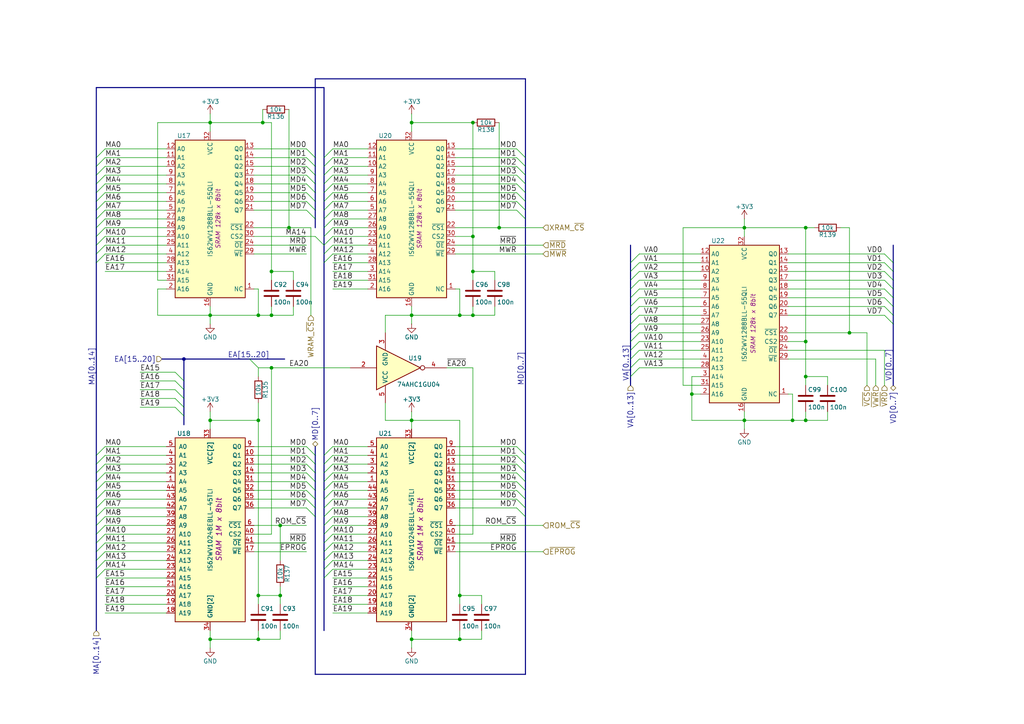
<source format=kicad_sch>
(kicad_sch (version 20231120) (generator "eeschema") (generator_version "8.0")
  (paper "A4")
  (title_block (title "Game Boy reverse eng. FPGA board") (date "2024-12-09") (rev "1") (company "CC-BY-SA-4.0 Michael Singer") (comment 1 "https://github.com/msinger/gbreveng/") (comment 2 "http://iceboy.a-singer.de/"))
  (junction (at 81.28 152.4))
  (junction (at 119.38 91.44))
  (junction (at 119.38 121.92))
  (junction (at 119.38 35.56))
  (junction (at 215.9 66.04))
  (junction (at 60.96 35.56))
  (junction (at 233.68 109.22))
  (junction (at 78.74 91.44))
  (junction (at 78.74 78.74))
  (junction (at 233.68 99.06))
  (junction (at 137.16 78.74))
  (junction (at 133.35 91.44))
  (junction (at 229.87 121.92))
  (junction (at 76.2 35.56))
  (junction (at 144.78 66.04))
  (junction (at 137.16 68.58))
  (junction (at 74.93 91.44))
  (junction (at 74.93 172.72))
  (junction (at 53.34 104.14))
  (junction (at 200.66 114.3))
  (junction (at 133.35 172.72))
  (junction (at 119.38 185.42))
  (junction (at 83.82 66.04))
  (junction (at 233.68 66.04))
  (junction (at 78.74 106.68))
  (junction (at 137.16 91.44))
  (junction (at 133.35 185.42))
  (junction (at 81.28 172.72))
  (junction (at 60.96 91.44))
  (junction (at 60.96 185.42))
  (junction (at 137.16 35.56))
  (junction (at 215.9 121.92))
  (junction (at 233.68 121.92))
  (junction (at 246.38 96.52))
  (junction (at 74.93 121.92))
  (junction (at 74.93 185.42))
  (junction (at 60.96 121.92))
  (bus_entry (at 27.94 73.66) (size 2.54 -2.54))
  (bus_entry (at 256.54 73.66) (size 2.54 2.54))
  (bus_entry (at 93.98 76.2) (size 2.54 -2.54))
  (bus_entry (at 91.44 68.58) (size 2.54 2.54))
  (bus_entry (at 88.9 137.16) (size 2.54 2.54))
  (bus_entry (at 93.98 132.08) (size 2.54 -2.54))
  (bus_entry (at 149.86 45.72) (size 2.54 2.54))
  (bus_entry (at 182.88 101.6) (size 2.54 -2.54))
  (bus_entry (at 182.88 104.14) (size 2.54 -2.54))
  (bus_entry (at 93.98 162.56) (size 2.54 -2.54))
  (bus_entry (at 149.86 139.7) (size 2.54 2.54))
  (bus_entry (at 182.88 76.2) (size 2.54 -2.54))
  (bus_entry (at 27.94 53.34) (size 2.54 -2.54))
  (bus_entry (at 27.94 60.96) (size 2.54 -2.54))
  (bus_entry (at 149.86 134.62) (size 2.54 2.54))
  (bus_entry (at 149.86 48.26) (size 2.54 2.54))
  (bus_entry (at 93.98 45.72) (size 2.54 -2.54))
  (bus_entry (at 88.9 144.78) (size 2.54 2.54))
  (bus_entry (at 27.94 66.04) (size 2.54 -2.54))
  (bus_entry (at 93.98 160.02) (size 2.54 -2.54))
  (bus_entry (at 27.94 55.88) (size 2.54 -2.54))
  (bus_entry (at 50.8 115.57) (size 2.54 2.54))
  (bus_entry (at 256.54 81.28) (size 2.54 2.54))
  (bus_entry (at 182.88 93.98) (size 2.54 -2.54))
  (bus_entry (at 93.98 71.12) (size 2.54 -2.54))
  (bus_entry (at 93.98 142.24) (size 2.54 -2.54))
  (bus_entry (at 149.86 147.32) (size 2.54 2.54))
  (bus_entry (at 88.9 132.08) (size 2.54 2.54))
  (bus_entry (at 88.9 55.88) (size 2.54 2.54))
  (bus_entry (at 72.39 104.14) (size 2.54 2.54))
  (bus_entry (at 256.54 88.9) (size 2.54 2.54))
  (bus_entry (at 182.88 91.44) (size 2.54 -2.54))
  (bus_entry (at 182.88 88.9) (size 2.54 -2.54))
  (bus_entry (at 93.98 50.8) (size 2.54 -2.54))
  (bus_entry (at 50.8 110.49) (size 2.54 2.54))
  (bus_entry (at 27.94 58.42) (size 2.54 -2.54))
  (bus_entry (at 93.98 68.58) (size 2.54 -2.54))
  (bus_entry (at 149.86 129.54) (size 2.54 2.54))
  (bus_entry (at 149.86 55.88) (size 2.54 2.54))
  (bus_entry (at 149.86 142.24) (size 2.54 2.54))
  (bus_entry (at 93.98 157.48) (size 2.54 -2.54))
  (bus_entry (at 182.88 96.52) (size 2.54 -2.54))
  (bus_entry (at 93.98 152.4) (size 2.54 -2.54))
  (bus_entry (at 50.8 107.95) (size 2.54 2.54))
  (bus_entry (at 93.98 60.96) (size 2.54 -2.54))
  (bus_entry (at 27.94 48.26) (size 2.54 -2.54))
  (bus_entry (at 93.98 134.62) (size 2.54 -2.54))
  (bus_entry (at 27.94 165.1) (size 2.54 -2.54))
  (bus_entry (at 27.94 142.24) (size 2.54 -2.54))
  (bus_entry (at 88.9 142.24) (size 2.54 2.54))
  (bus_entry (at 88.9 43.18) (size 2.54 2.54))
  (bus_entry (at 182.88 99.06) (size 2.54 -2.54))
  (bus_entry (at 182.88 109.22) (size 2.54 -2.54))
  (bus_entry (at 93.98 147.32) (size 2.54 -2.54))
  (bus_entry (at 93.98 149.86) (size 2.54 -2.54))
  (bus_entry (at 27.94 144.78) (size 2.54 -2.54))
  (bus_entry (at 27.94 152.4) (size 2.54 -2.54))
  (bus_entry (at 27.94 76.2) (size 2.54 -2.54))
  (bus_entry (at 27.94 134.62) (size 2.54 -2.54))
  (bus_entry (at 88.9 139.7) (size 2.54 2.54))
  (bus_entry (at 256.54 83.82) (size 2.54 2.54))
  (bus_entry (at 27.94 132.08) (size 2.54 -2.54))
  (bus_entry (at 149.86 137.16) (size 2.54 2.54))
  (bus_entry (at 27.94 50.8) (size 2.54 -2.54))
  (bus_entry (at 182.88 86.36) (size 2.54 -2.54))
  (bus_entry (at 27.94 71.12) (size 2.54 -2.54))
  (bus_entry (at 182.88 106.68) (size 2.54 -2.54))
  (bus_entry (at 93.98 58.42) (size 2.54 -2.54))
  (bus_entry (at 27.94 68.58) (size 2.54 -2.54))
  (bus_entry (at 88.9 147.32) (size 2.54 2.54))
  (bus_entry (at 182.88 83.82) (size 2.54 -2.54))
  (bus_entry (at 93.98 165.1) (size 2.54 -2.54))
  (bus_entry (at 93.98 139.7) (size 2.54 -2.54))
  (bus_entry (at 27.94 157.48) (size 2.54 -2.54))
  (bus_entry (at 88.9 60.96) (size 2.54 2.54))
  (bus_entry (at 256.54 78.74) (size 2.54 2.54))
  (bus_entry (at 88.9 58.42) (size 2.54 2.54))
  (bus_entry (at 27.94 160.02) (size 2.54 -2.54))
  (bus_entry (at 88.9 129.54) (size 2.54 2.54))
  (bus_entry (at 88.9 45.72) (size 2.54 2.54))
  (bus_entry (at 149.86 58.42) (size 2.54 2.54))
  (bus_entry (at 149.86 53.34) (size 2.54 2.54))
  (bus_entry (at 27.94 137.16) (size 2.54 -2.54))
  (bus_entry (at 88.9 53.34) (size 2.54 2.54))
  (bus_entry (at 50.8 113.03) (size 2.54 2.54))
  (bus_entry (at 93.98 154.94) (size 2.54 -2.54))
  (bus_entry (at 256.54 76.2) (size 2.54 2.54))
  (bus_entry (at 93.98 167.64) (size 2.54 -2.54))
  (bus_entry (at 50.8 118.11) (size 2.54 2.54))
  (bus_entry (at 88.9 48.26) (size 2.54 2.54))
  (bus_entry (at 93.98 66.04) (size 2.54 -2.54))
  (bus_entry (at 27.94 167.64) (size 2.54 -2.54))
  (bus_entry (at 149.86 144.78) (size 2.54 2.54))
  (bus_entry (at 93.98 55.88) (size 2.54 -2.54))
  (bus_entry (at 27.94 63.5) (size 2.54 -2.54))
  (bus_entry (at 149.86 132.08) (size 2.54 2.54))
  (bus_entry (at 93.98 48.26) (size 2.54 -2.54))
  (bus_entry (at 27.94 162.56) (size 2.54 -2.54))
  (bus_entry (at 93.98 73.66) (size 2.54 -2.54))
  (bus_entry (at 93.98 53.34) (size 2.54 -2.54))
  (bus_entry (at 27.94 147.32) (size 2.54 -2.54))
  (bus_entry (at 27.94 154.94) (size 2.54 -2.54))
  (bus_entry (at 149.86 43.18) (size 2.54 2.54))
  (bus_entry (at 93.98 63.5) (size 2.54 -2.54))
  (bus_entry (at 256.54 86.36) (size 2.54 2.54))
  (bus_entry (at 149.86 50.8) (size 2.54 2.54))
  (bus_entry (at 182.88 78.74) (size 2.54 -2.54))
  (bus_entry (at 93.98 137.16) (size 2.54 -2.54))
  (bus_entry (at 93.98 144.78) (size 2.54 -2.54))
  (bus_entry (at 27.94 149.86) (size 2.54 -2.54))
  (bus_entry (at 256.54 91.44) (size 2.54 2.54))
  (bus_entry (at 88.9 50.8) (size 2.54 2.54))
  (bus_entry (at 149.86 60.96) (size 2.54 2.54))
  (bus_entry (at 182.88 81.28) (size 2.54 -2.54))
  (bus_entry (at 27.94 45.72) (size 2.54 -2.54))
  (bus_entry (at 88.9 134.62) (size 2.54 2.54))
  (bus_entry (at 27.94 139.7) (size 2.54 -2.54))
  (wire (pts (xy 96.52 165.1) (xy 106.68 165.1)))
  (wire (pts (xy 215.9 66.04) (xy 215.9 68.58)))
  (wire (pts (xy 254 104.14) (xy 254 111.76)))
  (wire (pts (xy 203.2 81.28) (xy 185.42 81.28)))
  (wire (pts (xy 132.08 55.88) (xy 149.86 55.88)))
  (wire (pts (xy 149.86 58.42) (xy 132.08 58.42)))
  (wire (pts (xy 30.48 160.02) (xy 48.26 160.02)))
  (bus (pts (xy 46.99 104.14) (xy 53.34 104.14)))
  (wire (pts (xy 228.6 73.66) (xy 256.54 73.66)))
  (wire (pts (xy 119.38 93.98) (xy 119.38 91.44)))
  (bus (pts (xy 91.44 134.62) (xy 91.44 132.08)))
  (wire (pts (xy 73.66 48.26) (xy 88.9 48.26)))
  (bus (pts (xy 93.98 132.08) (xy 93.98 134.62)))
  (bus (pts (xy 93.98 73.66) (xy 93.98 76.2)))
  (wire (pts (xy 40.64 118.11) (xy 50.8 118.11)))
  (bus (pts (xy 93.98 66.04) (xy 93.98 68.58)))
  (wire (pts (xy 106.68 137.16) (xy 96.52 137.16)))
  (wire (pts (xy 228.6 101.6) (xy 256.54 101.6)))
  (wire (pts (xy 30.48 167.64) (xy 48.26 167.64)))
  (wire (pts (xy 74.93 182.88) (xy 74.93 185.42)))
  (wire (pts (xy 96.52 66.04) (xy 106.68 66.04)))
  (wire (pts (xy 111.76 91.44) (xy 111.76 96.52)))
  (wire (pts (xy 133.35 182.88) (xy 133.35 185.42)))
  (bus (pts (xy 91.44 147.32) (xy 91.44 144.78)))
  (wire (pts (xy 143.51 78.74) (xy 137.16 78.74)))
  (wire (pts (xy 96.52 134.62) (xy 106.68 134.62)))
  (bus (pts (xy 27.94 152.4) (xy 27.94 154.94)))
  (wire (pts (xy 111.76 91.44) (xy 119.38 91.44)))
  (wire (pts (xy 233.68 66.04) (xy 236.22 66.04)))
  (bus (pts (xy 27.94 162.56) (xy 27.94 165.1)))
  (wire (pts (xy 106.68 162.56) (xy 96.52 162.56)))
  (wire (pts (xy 45.72 81.28) (xy 45.72 35.56)))
  (bus (pts (xy 182.88 99.06) (xy 182.88 101.6)))
  (wire (pts (xy 73.66 66.04) (xy 83.82 66.04)))
  (wire (pts (xy 119.38 185.42) (xy 119.38 182.88)))
  (wire (pts (xy 96.52 83.82) (xy 106.68 83.82)))
  (bus (pts (xy 259.08 71.12) (xy 259.08 76.2)))
  (wire (pts (xy 96.52 48.26) (xy 106.68 48.26)))
  (wire (pts (xy 40.64 115.57) (xy 50.8 115.57)))
  (wire (pts (xy 85.09 78.74) (xy 85.09 81.28)))
  (wire (pts (xy 30.48 43.18) (xy 48.26 43.18)))
  (bus (pts (xy 27.94 45.72) (xy 27.94 48.26)))
  (bus (pts (xy 27.94 60.96) (xy 27.94 63.5)))
  (wire (pts (xy 78.74 35.56) (xy 78.74 78.74)))
  (wire (pts (xy 48.26 152.4) (xy 30.48 152.4)))
  (bus (pts (xy 152.4 48.26) (xy 152.4 50.8)))
  (wire (pts (xy 233.68 121.92) (xy 240.03 121.92)))
  (wire (pts (xy 106.68 147.32) (xy 96.52 147.32)))
  (bus (pts (xy 91.44 149.86) (xy 91.44 147.32)))
  (wire (pts (xy 40.64 107.95) (xy 50.8 107.95)))
  (wire (pts (xy 106.68 167.64) (xy 96.52 167.64)))
  (wire (pts (xy 88.9 147.32) (xy 73.66 147.32)))
  (wire (pts (xy 60.96 185.42) (xy 74.93 185.42)))
  (wire (pts (xy 203.2 106.68) (xy 185.42 106.68)))
  (bus (pts (xy 91.44 142.24) (xy 91.44 139.7)))
  (wire (pts (xy 215.9 66.04) (xy 233.68 66.04)))
  (wire (pts (xy 96.52 58.42) (xy 106.68 58.42)))
  (bus (pts (xy 182.88 88.9) (xy 182.88 91.44)))
  (bus (pts (xy 152.4 60.96) (xy 152.4 63.5)))
  (wire (pts (xy 256.54 101.6) (xy 256.54 111.76)))
  (wire (pts (xy 73.66 68.58) (xy 91.44 68.58)))
  (bus (pts (xy 91.44 195.58) (xy 91.44 149.86)))
  (bus (pts (xy 93.98 154.94) (xy 93.98 157.48)))
  (wire (pts (xy 90.17 66.04) (xy 90.17 91.44)))
  (wire (pts (xy 88.9 137.16) (xy 73.66 137.16)))
  (wire (pts (xy 240.03 109.22) (xy 233.68 109.22)))
  (wire (pts (xy 233.68 66.04) (xy 233.68 99.06)))
  (bus (pts (xy 259.08 91.44) (xy 259.08 93.98)))
  (wire (pts (xy 132.08 50.8) (xy 149.86 50.8)))
  (wire (pts (xy 81.28 172.72) (xy 81.28 175.26)))
  (wire (pts (xy 88.9 45.72) (xy 73.66 45.72)))
  (wire (pts (xy 254 104.14) (xy 228.6 104.14)))
  (wire (pts (xy 240.03 111.76) (xy 240.03 109.22)))
  (wire (pts (xy 83.82 66.04) (xy 90.17 66.04)))
  (bus (pts (xy 152.4 139.7) (xy 152.4 142.24)))
  (wire (pts (xy 149.86 43.18) (xy 132.08 43.18)))
  (wire (pts (xy 106.68 142.24) (xy 96.52 142.24)))
  (wire (pts (xy 228.6 88.9) (xy 256.54 88.9)))
  (bus (pts (xy 27.94 58.42) (xy 27.94 60.96)))
  (wire (pts (xy 73.66 139.7) (xy 88.9 139.7)))
  (wire (pts (xy 200.66 114.3) (xy 200.66 121.92)))
  (bus (pts (xy 53.34 104.14) (xy 53.34 110.49)))
  (bus (pts (xy 152.4 147.32) (xy 152.4 149.86)))
  (wire (pts (xy 133.35 121.92) (xy 133.35 172.72)))
  (bus (pts (xy 259.08 83.82) (xy 259.08 86.36)))
  (bus (pts (xy 91.44 22.86) (xy 91.44 45.72)))
  (wire (pts (xy 30.48 63.5) (xy 48.26 63.5)))
  (wire (pts (xy 60.96 121.92) (xy 60.96 124.46)))
  (wire (pts (xy 215.9 121.92) (xy 215.9 124.46)))
  (wire (pts (xy 129.54 106.68) (xy 137.16 106.68)))
  (bus (pts (xy 152.4 137.16) (xy 152.4 139.7)))
  (wire (pts (xy 185.42 104.14) (xy 203.2 104.14)))
  (bus (pts (xy 93.98 60.96) (xy 93.98 63.5)))
  (bus (pts (xy 53.34 113.03) (xy 53.34 115.57)))
  (wire (pts (xy 132.08 144.78) (xy 149.86 144.78)))
  (bus (pts (xy 93.98 58.42) (xy 93.98 60.96)))
  (wire (pts (xy 133.35 185.42) (xy 119.38 185.42)))
  (wire (pts (xy 73.66 134.62) (xy 88.9 134.62)))
  (bus (pts (xy 93.98 167.64) (xy 93.98 182.88)))
  (bus (pts (xy 91.44 48.26) (xy 91.44 50.8)))
  (wire (pts (xy 143.51 91.44) (xy 143.51 88.9)))
  (bus (pts (xy 93.98 144.78) (xy 93.98 147.32)))
  (bus (pts (xy 93.98 50.8) (xy 93.98 53.34)))
  (wire (pts (xy 30.48 139.7) (xy 48.26 139.7)))
  (wire (pts (xy 96.52 76.2) (xy 106.68 76.2)))
  (wire (pts (xy 45.72 91.44) (xy 60.96 91.44)))
  (wire (pts (xy 132.08 68.58) (xy 137.16 68.58)))
  (wire (pts (xy 78.74 91.44) (xy 85.09 91.44)))
  (wire (pts (xy 106.68 177.8) (xy 96.52 177.8)))
  (bus (pts (xy 182.88 101.6) (xy 182.88 104.14)))
  (wire (pts (xy 73.66 73.66) (xy 88.9 73.66)))
  (wire (pts (xy 96.52 175.26) (xy 106.68 175.26)))
  (wire (pts (xy 185.42 83.82) (xy 203.2 83.82)))
  (bus (pts (xy 93.98 142.24) (xy 93.98 144.78)))
  (wire (pts (xy 137.16 91.44) (xy 137.16 88.9)))
  (wire (pts (xy 30.48 129.54) (xy 48.26 129.54)))
  (wire (pts (xy 243.84 66.04) (xy 246.38 66.04)))
  (wire (pts (xy 60.96 93.98) (xy 60.96 91.44)))
  (wire (pts (xy 88.9 50.8) (xy 73.66 50.8)))
  (bus (pts (xy 53.34 118.11) (xy 53.34 120.65)))
  (bus (pts (xy 27.94 48.26) (xy 27.94 50.8)))
  (wire (pts (xy 81.28 170.18) (xy 81.28 172.72)))
  (bus (pts (xy 93.98 139.7) (xy 93.98 142.24)))
  (wire (pts (xy 60.96 91.44) (xy 60.96 88.9)))
  (wire (pts (xy 229.87 121.92) (xy 233.68 121.92)))
  (wire (pts (xy 30.48 149.86) (xy 48.26 149.86)))
  (bus (pts (xy 259.08 88.9) (xy 259.08 91.44)))
  (wire (pts (xy 132.08 71.12) (xy 157.48 71.12)))
  (wire (pts (xy 74.93 91.44) (xy 78.74 91.44)))
  (wire (pts (xy 30.48 55.88) (xy 48.26 55.88)))
  (wire (pts (xy 133.35 172.72) (xy 133.35 175.26)))
  (bus (pts (xy 27.94 25.4) (xy 27.94 45.72)))
  (bus (pts (xy 91.44 137.16) (xy 91.44 134.62)))
  (bus (pts (xy 27.94 139.7) (xy 27.94 142.24)))
  (bus (pts (xy 27.94 71.12) (xy 27.94 73.66)))
  (bus (pts (xy 91.44 139.7) (xy 91.44 137.16)))
  (wire (pts (xy 185.42 99.06) (xy 203.2 99.06)))
  (bus (pts (xy 91.44 132.08) (xy 91.44 129.54)))
  (bus (pts (xy 152.4 149.86) (xy 152.4 195.58)))
  (wire (pts (xy 45.72 35.56) (xy 60.96 35.56)))
  (bus (pts (xy 182.88 96.52) (xy 182.88 99.06)))
  (wire (pts (xy 30.48 66.04) (xy 48.26 66.04)))
  (bus (pts (xy 259.08 78.74) (xy 259.08 81.28)))
  (wire (pts (xy 30.48 45.72) (xy 48.26 45.72)))
  (wire (pts (xy 256.54 86.36) (xy 228.6 86.36)))
  (wire (pts (xy 246.38 66.04) (xy 246.38 96.52)))
  (wire (pts (xy 30.48 58.42) (xy 48.26 58.42)))
  (bus (pts (xy 91.44 63.5) (xy 91.44 66.04)))
  (wire (pts (xy 30.48 170.18) (xy 48.26 170.18)))
  (wire (pts (xy 96.52 139.7) (xy 106.68 139.7)))
  (bus (pts (xy 93.98 63.5) (xy 93.98 66.04)))
  (wire (pts (xy 74.93 116.84) (xy 74.93 121.92)))
  (bus (pts (xy 93.98 137.16) (xy 93.98 139.7)))
  (wire (pts (xy 256.54 81.28) (xy 228.6 81.28)))
  (wire (pts (xy 133.35 91.44) (xy 137.16 91.44)))
  (wire (pts (xy 106.68 152.4) (xy 96.52 152.4)))
  (wire (pts (xy 60.96 185.42) (xy 60.96 182.88)))
  (bus (pts (xy 91.44 58.42) (xy 91.44 60.96)))
  (wire (pts (xy 96.52 154.94) (xy 106.68 154.94)))
  (wire (pts (xy 30.48 48.26) (xy 48.26 48.26)))
  (wire (pts (xy 30.48 134.62) (xy 48.26 134.62)))
  (wire (pts (xy 48.26 132.08) (xy 30.48 132.08)))
  (wire (pts (xy 143.51 81.28) (xy 143.51 78.74)))
  (wire (pts (xy 137.16 35.56) (xy 119.38 35.56)))
  (wire (pts (xy 74.93 121.92) (xy 74.93 172.72)))
  (wire (pts (xy 96.52 43.18) (xy 106.68 43.18)))
  (bus (pts (xy 152.4 142.24) (xy 152.4 144.78)))
  (wire (pts (xy 88.9 132.08) (xy 73.66 132.08)))
  (wire (pts (xy 144.78 66.04) (xy 157.48 66.04)))
  (wire (pts (xy 85.09 91.44) (xy 85.09 88.9)))
  (bus (pts (xy 91.44 60.96) (xy 91.44 63.5)))
  (wire (pts (xy 185.42 88.9) (xy 203.2 88.9)))
  (wire (pts (xy 81.28 152.4) (xy 81.28 162.56)))
  (bus (pts (xy 27.94 144.78) (xy 27.94 147.32)))
  (wire (pts (xy 81.28 185.42) (xy 81.28 182.88)))
  (wire (pts (xy 149.86 48.26) (xy 132.08 48.26)))
  (wire (pts (xy 81.28 152.4) (xy 88.9 152.4)))
  (wire (pts (xy 144.78 35.56) (xy 144.78 66.04)))
  (bus (pts (xy 91.44 55.88) (xy 91.44 58.42)))
  (wire (pts (xy 139.7 182.88) (xy 139.7 185.42)))
  (wire (pts (xy 132.08 139.7) (xy 149.86 139.7)))
  (bus (pts (xy 152.4 134.62) (xy 152.4 137.16)))
  (bus (pts (xy 182.88 76.2) (xy 182.88 78.74)))
  (wire (pts (xy 96.52 73.66) (xy 106.68 73.66)))
  (wire (pts (xy 78.74 78.74) (xy 78.74 81.28)))
  (bus (pts (xy 93.98 165.1) (xy 93.98 167.64)))
  (bus (pts (xy 27.94 76.2) (xy 27.94 132.08)))
  (wire (pts (xy 30.48 172.72) (xy 48.26 172.72)))
  (bus (pts (xy 91.44 50.8) (xy 91.44 53.34)))
  (wire (pts (xy 96.52 45.72) (xy 106.68 45.72)))
  (wire (pts (xy 185.42 93.98) (xy 203.2 93.98)))
  (wire (pts (xy 106.68 157.48) (xy 96.52 157.48)))
  (wire (pts (xy 228.6 83.82) (xy 256.54 83.82)))
  (wire (pts (xy 74.93 106.68) (xy 74.93 109.22)))
  (wire (pts (xy 40.64 113.03) (xy 50.8 113.03)))
  (wire (pts (xy 30.48 144.78) (xy 48.26 144.78)))
  (wire (pts (xy 132.08 83.82) (xy 133.35 83.82)))
  (wire (pts (xy 78.74 88.9) (xy 78.74 91.44)))
  (bus (pts (xy 27.94 134.62) (xy 27.94 137.16)))
  (wire (pts (xy 233.68 109.22) (xy 233.68 111.76)))
  (wire (pts (xy 73.66 160.02) (xy 88.9 160.02)))
  (bus (pts (xy 182.88 78.74) (xy 182.88 81.28)))
  (wire (pts (xy 215.9 121.92) (xy 229.87 121.92)))
  (bus (pts (xy 93.98 68.58) (xy 93.98 71.12)))
  (wire (pts (xy 132.08 45.72) (xy 149.86 45.72)))
  (bus (pts (xy 152.4 22.86) (xy 152.4 45.72)))
  (wire (pts (xy 96.52 149.86) (xy 106.68 149.86)))
  (wire (pts (xy 203.2 76.2) (xy 185.42 76.2)))
  (wire (pts (xy 30.48 154.94) (xy 48.26 154.94)))
  (wire (pts (xy 132.08 152.4) (xy 157.48 152.4)))
  (wire (pts (xy 215.9 119.38) (xy 215.9 121.92)))
  (wire (pts (xy 96.52 129.54) (xy 106.68 129.54)))
  (wire (pts (xy 88.9 55.88) (xy 73.66 55.88)))
  (wire (pts (xy 96.52 53.34) (xy 106.68 53.34)))
  (wire (pts (xy 73.66 58.42) (xy 88.9 58.42)))
  (wire (pts (xy 149.86 132.08) (xy 132.08 132.08)))
  (wire (pts (xy 132.08 157.48) (xy 149.86 157.48)))
  (bus (pts (xy 182.88 106.68) (xy 182.88 109.22)))
  (wire (pts (xy 96.52 81.28) (xy 106.68 81.28)))
  (wire (pts (xy 96.52 63.5) (xy 106.68 63.5)))
  (wire (pts (xy 30.48 50.8) (xy 48.26 50.8)))
  (wire (pts (xy 78.74 106.68) (xy 101.6 106.68)))
  (wire (pts (xy 73.66 154.94) (xy 78.74 154.94)))
  (wire (pts (xy 119.38 33.02) (xy 119.38 35.56)))
  (wire (pts (xy 228.6 114.3) (xy 229.87 114.3)))
  (bus (pts (xy 182.88 81.28) (xy 182.88 83.82)))
  (wire (pts (xy 48.26 142.24) (xy 30.48 142.24)))
  (wire (pts (xy 203.2 86.36) (xy 185.42 86.36)))
  (bus (pts (xy 152.4 53.34) (xy 152.4 55.88)))
  (wire (pts (xy 30.48 73.66) (xy 48.26 73.66)))
  (wire (pts (xy 73.66 129.54) (xy 88.9 129.54)))
  (wire (pts (xy 30.48 78.74) (xy 48.26 78.74)))
  (bus (pts (xy 91.44 53.34) (xy 91.44 55.88)))
  (bus (pts (xy 93.98 162.56) (xy 93.98 165.1)))
  (wire (pts (xy 30.48 68.58) (xy 48.26 68.58)))
  (wire (pts (xy 149.86 137.16) (xy 132.08 137.16)))
  (wire (pts (xy 106.68 172.72) (xy 96.52 172.72)))
  (wire (pts (xy 233.68 119.38) (xy 233.68 121.92)))
  (wire (pts (xy 133.35 172.72) (xy 139.7 172.72)))
  (bus (pts (xy 93.98 25.4) (xy 93.98 45.72)))
  (wire (pts (xy 228.6 78.74) (xy 256.54 78.74)))
  (wire (pts (xy 30.48 76.2) (xy 48.26 76.2)))
  (bus (pts (xy 27.94 25.4) (xy 93.98 25.4)))
  (wire (pts (xy 132.08 129.54) (xy 149.86 129.54)))
  (wire (pts (xy 185.42 78.74) (xy 203.2 78.74)))
  (wire (pts (xy 30.48 60.96) (xy 48.26 60.96)))
  (wire (pts (xy 119.38 119.38) (xy 119.38 121.92)))
  (wire (pts (xy 74.93 172.72) (xy 81.28 172.72)))
  (wire (pts (xy 30.48 71.12) (xy 48.26 71.12)))
  (bus (pts (xy 27.94 66.04) (xy 27.94 68.58)))
  (bus (pts (xy 93.98 48.26) (xy 93.98 50.8)))
  (bus (pts (xy 152.4 144.78) (xy 152.4 147.32)))
  (wire (pts (xy 96.52 170.18) (xy 106.68 170.18)))
  (bus (pts (xy 182.88 93.98) (xy 182.88 96.52)))
  (wire (pts (xy 60.96 119.38) (xy 60.96 121.92)))
  (wire (pts (xy 119.38 187.96) (xy 119.38 185.42)))
  (bus (pts (xy 152.4 63.5) (xy 152.4 132.08)))
  (wire (pts (xy 119.38 121.92) (xy 119.38 124.46)))
  (wire (pts (xy 96.52 68.58) (xy 106.68 68.58)))
  (bus (pts (xy 93.98 71.12) (xy 93.98 73.66)))
  (wire (pts (xy 132.08 160.02) (xy 157.48 160.02)))
  (bus (pts (xy 259.08 76.2) (xy 259.08 78.74)))
  (bus (pts (xy 93.98 157.48) (xy 93.98 160.02)))
  (wire (pts (xy 203.2 91.44) (xy 185.42 91.44)))
  (wire (pts (xy 48.26 147.32) (xy 30.48 147.32)))
  (wire (pts (xy 73.66 144.78) (xy 88.9 144.78)))
  (wire (pts (xy 149.86 142.24) (xy 132.08 142.24)))
  (wire (pts (xy 111.76 116.84) (xy 111.76 121.92)))
  (wire (pts (xy 203.2 101.6) (xy 185.42 101.6)))
  (bus (pts (xy 152.4 195.58) (xy 91.44 195.58)))
  (wire (pts (xy 203.2 96.52) (xy 185.42 96.52)))
  (wire (pts (xy 74.93 83.82) (xy 74.93 91.44)))
  (bus (pts (xy 152.4 132.08) (xy 152.4 134.62)))
  (wire (pts (xy 74.93 185.42) (xy 81.28 185.42)))
  (bus (pts (xy 91.44 22.86) (xy 152.4 22.86)))
  (bus (pts (xy 27.94 73.66) (xy 27.94 76.2)))
  (bus (pts (xy 27.94 63.5) (xy 27.94 66.04)))
  (wire (pts (xy 132.08 134.62) (xy 149.86 134.62)))
  (wire (pts (xy 60.96 121.92) (xy 74.93 121.92)))
  (wire (pts (xy 139.7 185.42) (xy 133.35 185.42)))
  (wire (pts (xy 251.46 96.52) (xy 246.38 96.52)))
  (wire (pts (xy 203.2 109.22) (xy 200.66 109.22)))
  (wire (pts (xy 30.48 53.34) (xy 48.26 53.34)))
  (wire (pts (xy 119.38 91.44) (xy 133.35 91.44)))
  (wire (pts (xy 111.76 121.92) (xy 119.38 121.92)))
  (wire (pts (xy 137.16 106.68) (xy 137.16 154.94)))
  (bus (pts (xy 72.39 104.14) (xy 82.55 104.14)))
  (bus (pts (xy 152.4 50.8) (xy 152.4 53.34)))
  (bus (pts (xy 182.88 71.12) (xy 182.88 76.2)))
  (wire (pts (xy 229.87 114.3) (xy 229.87 121.92)))
  (wire (pts (xy 139.7 172.72) (xy 139.7 175.26)))
  (bus (pts (xy 27.94 154.94) (xy 27.94 157.48)))
  (wire (pts (xy 200.66 114.3) (xy 203.2 114.3)))
  (wire (pts (xy 215.9 63.5) (xy 215.9 66.04)))
  (wire (pts (xy 198.12 66.04) (xy 215.9 66.04)))
  (bus (pts (xy 259.08 86.36) (xy 259.08 88.9)))
  (bus (pts (xy 182.88 83.82) (xy 182.88 86.36)))
  (wire (pts (xy 60.96 33.02) (xy 60.96 35.56)))
  (wire (pts (xy 137.16 81.28) (xy 137.16 78.74)))
  (bus (pts (xy 152.4 55.88) (xy 152.4 58.42)))
  (bus (pts (xy 27.94 55.88) (xy 27.94 58.42)))
  (wire (pts (xy 30.48 177.8) (xy 48.26 177.8)))
  (wire (pts (xy 48.26 83.82) (xy 45.72 83.82)))
  (wire (pts (xy 96.52 160.02) (xy 106.68 160.02)))
  (wire (pts (xy 96.52 55.88) (xy 106.68 55.88)))
  (wire (pts (xy 78.74 106.68) (xy 78.74 154.94)))
  (bus (pts (xy 27.94 157.48) (xy 27.94 160.02)))
  (bus (pts (xy 182.88 109.22) (xy 182.88 111.76)))
  (wire (pts (xy 30.48 175.26) (xy 48.26 175.26)))
  (wire (pts (xy 200.66 109.22) (xy 200.66 114.3)))
  (wire (pts (xy 132.08 60.96) (xy 149.86 60.96)))
  (bus (pts (xy 93.98 149.86) (xy 93.98 152.4)))
  (wire (pts (xy 133.35 83.82) (xy 133.35 91.44)))
  (bus (pts (xy 259.08 93.98) (xy 259.08 111.76)))
  (bus (pts (xy 93.98 152.4) (xy 93.98 154.94)))
  (bus (pts (xy 27.94 68.58) (xy 27.94 71.12)))
  (wire (pts (xy 45.72 83.82) (xy 45.72 91.44)))
  (wire (pts (xy 233.68 99.06) (xy 233.68 109.22)))
  (wire (pts (xy 60.96 35.56) (xy 60.96 38.1)))
  (bus (pts (xy 91.44 45.72) (xy 91.44 48.26)))
  (wire (pts (xy 96.52 50.8) (xy 106.68 50.8)))
  (wire (pts (xy 40.64 110.49) (xy 50.8 110.49)))
  (bus (pts (xy 27.94 132.08) (xy 27.94 134.62)))
  (bus (pts (xy 93.98 147.32) (xy 93.98 149.86)))
  (bus (pts (xy 93.98 160.02) (xy 93.98 162.56)))
  (bus (pts (xy 93.98 134.62) (xy 93.98 137.16)))
  (wire (pts (xy 132.08 154.94) (xy 137.16 154.94)))
  (wire (pts (xy 76.2 35.56) (xy 78.74 35.56)))
  (wire (pts (xy 60.96 91.44) (xy 74.93 91.44)))
  (wire (pts (xy 185.42 73.66) (xy 203.2 73.66)))
  (bus (pts (xy 182.88 104.14) (xy 182.88 106.68)))
  (wire (pts (xy 240.03 121.92) (xy 240.03 119.38)))
  (wire (pts (xy 96.52 60.96) (xy 106.68 60.96)))
  (bus (pts (xy 93.98 76.2) (xy 93.98 132.08)))
  (wire (pts (xy 88.9 60.96) (xy 73.66 60.96)))
  (wire (pts (xy 48.26 81.28) (xy 45.72 81.28)))
  (wire (pts (xy 73.66 53.34) (xy 88.9 53.34)))
  (bus (pts (xy 93.98 55.88) (xy 93.98 58.42)))
  (bus (pts (xy 27.94 53.34) (xy 27.94 55.88)))
  (bus (pts (xy 53.34 120.65) (xy 53.34 123.19)))
  (bus (pts (xy 182.88 86.36) (xy 182.88 88.9)))
  (wire (pts (xy 228.6 99.06) (xy 233.68 99.06)))
  (bus (pts (xy 27.94 147.32) (xy 27.94 149.86)))
  (wire (pts (xy 30.48 165.1) (xy 48.26 165.1)))
  (wire (pts (xy 256.54 76.2) (xy 228.6 76.2)))
  (bus (pts (xy 27.94 160.02) (xy 27.94 162.56)))
  (bus (pts (xy 152.4 45.72) (xy 152.4 48.26)))
  (wire (pts (xy 132.08 66.04) (xy 144.78 66.04)))
  (bus (pts (xy 182.88 91.44) (xy 182.88 93.98)))
  (bus (pts (xy 27.94 137.16) (xy 27.94 139.7)))
  (wire (pts (xy 198.12 111.76) (xy 198.12 66.04)))
  (wire (pts (xy 83.82 31.75) (xy 83.82 66.04)))
  (wire (pts (xy 73.66 71.12) (xy 88.9 71.12)))
  (bus (pts (xy 27.94 149.86) (xy 27.94 152.4)))
  (wire (pts (xy 78.74 78.74) (xy 85.09 78.74)))
  (wire (pts (xy 119.38 35.56) (xy 119.38 38.1)))
  (wire (pts (xy 137.16 35.56) (xy 137.16 68.58)))
  (wire (pts (xy 119.38 91.44) (xy 119.38 88.9)))
  (wire (pts (xy 119.38 121.92) (xy 133.35 121.92)))
  (wire (pts (xy 48.26 162.56) (xy 30.48 162.56)))
  (wire (pts (xy 137.16 68.58) (xy 137.16 78.74)))
  (bus (pts (xy 27.94 167.64) (xy 27.94 182.88)))
  (bus (pts (xy 91.44 144.78) (xy 91.44 142.24)))
  (wire (pts (xy 106.68 132.08) (xy 96.52 132.08)))
  (wire (pts (xy 88.9 142.24) (xy 73.66 142.24)))
  (wire (pts (xy 132.08 73.66) (xy 157.48 73.66)))
  (bus (pts (xy 259.08 81.28) (xy 259.08 83.82)))
  (wire (pts (xy 96.52 78.74) (xy 106.68 78.74)))
  (wire (pts (xy 74.93 106.68) (xy 78.74 106.68)))
  (wire (pts (xy 48.26 137.16) (xy 30.48 137.16)))
  (wire (pts (xy 149.86 53.34) (xy 132.08 53.34)))
  (wire (pts (xy 76.2 31.75) (xy 76.2 35.56)))
  (wire (pts (xy 73.66 157.48) (xy 88.9 157.48)))
  (wire (pts (xy 198.12 111.76) (xy 203.2 111.76)))
  (wire (pts (xy 251.46 96.52) (xy 251.46 111.76)))
  (bus (pts (xy 152.4 58.42) (xy 152.4 60.96)))
  (wire (pts (xy 96.52 71.12) (xy 106.68 71.12)))
  (wire (pts (xy 256.54 91.44) (xy 228.6 91.44)))
  (wire (pts (xy 73.66 83.82) (xy 74.93 83.82)))
  (wire (pts (xy 137.16 91.44) (xy 143.51 91.44)))
  (bus (pts (xy 93.98 45.72) (xy 93.98 48.26)))
  (bus (pts (xy 93.98 53.34) (xy 93.98 55.88)))
  (wire (pts (xy 228.6 96.52) (xy 246.38 96.52)))
  (wire (pts (xy 73.66 43.18) (xy 88.9 43.18)))
  (wire (pts (xy 60.96 35.56) (xy 76.2 35.56)))
  (bus (pts (xy 53.34 104.14) (xy 72.39 104.14)))
  (bus (pts (xy 27.94 165.1) (xy 27.94 167.64)))
  (bus (pts (xy 53.34 115.57) (xy 53.34 118.11)))
  (wire (pts (xy 149.86 147.32) (xy 132.08 147.32)))
  (wire (pts (xy 96.52 144.78) (xy 106.68 144.78)))
  (bus (pts (xy 53.34 110.49) (xy 53.34 113.03)))
  (bus (pts (xy 27.94 50.8) (xy 27.94 53.34)))
  (wire (pts (xy 73.66 152.4) (xy 81.28 152.4)))
  (wire (pts (xy 48.26 157.48) (xy 30.48 157.48)))
  (bus (pts (xy 27.94 142.24) (xy 27.94 144.78)))
  (wire (pts (xy 60.96 187.96) (xy 60.96 185.42)))
  (wire (pts (xy 200.66 121.92) (xy 215.9 121.92)))
  (wire (pts (xy 74.93 172.72) (xy 74.93 175.26)))
  (label "MA9" (at 30.48 66.04 0) (effects (font (size 1.524 1.524))))
  (label "MA4" (at 30.48 139.7 0) (effects (font (size 1.524 1.524))))
  (label "MA5" (at 30.48 142.24 0) (effects (font (size 1.524 1.524))))
  (label "~{MRD}" (at 149.86 71.12 180) (effects (font (size 1.524 1.524))))
  (label "MD7" (at 149.86 147.32 180) (effects (font (size 1.524 1.524))))
  (label "MA4" (at 30.48 53.34 0) (effects (font (size 1.524 1.524))))
  (label "MA5" (at 96.52 142.24 0) (effects (font (size 1.524 1.524))))
  (label "MA7" (at 30.48 60.96 0) (effects (font (size 1.524 1.524))))
  (label "MD4" (at 149.86 139.7 180) (effects (font (size 1.524 1.524))))
  (label "EA16" (at 30.48 76.2 0) (effects (font (size 1.524 1.524))))
  (label "VA7" (at 186.69 91.44 0) (effects (font (size 1.524 1.524))))
  (label "MA1" (at 96.52 45.72 0) (effects (font (size 1.524 1.524))))
  (label "MA11" (at 96.52 71.12 0) (effects (font (size 1.524 1.524))))
  (label "VD6" (at 251.46 88.9 0) (effects (font (size 1.524 1.524))))
  (label "MA[0..14]" (at 27.94 111.76 90) (effects (font (size 1.524 1.524))))
  (label "MA14" (at 88.9 68.58 180) (effects (font (size 1.524 1.524))))
  (label "MD6" (at 149.86 144.78 180) (effects (font (size 1.524 1.524))))
  (label "EA18" (at 40.64 115.57 0) (effects (font (size 1.524 1.524))))
  (label "EA18" (at 96.52 81.28 0) (effects (font (size 1.524 1.524))))
  (label "MD0" (at 88.9 43.18 180) (effects (font (size 1.524 1.524))))
  (label "MD3" (at 149.86 50.8 180) (effects (font (size 1.524 1.524))))
  (label "MA7" (at 30.48 147.32 0) (effects (font (size 1.524 1.524))))
  (label "MA3" (at 30.48 137.16 0) (effects (font (size 1.524 1.524))))
  (label "EA17" (at 30.48 78.74 0) (effects (font (size 1.524 1.524))))
  (label "MA3" (at 96.52 50.8 0) (effects (font (size 1.524 1.524))))
  (label "MD5" (at 88.9 55.88 180) (effects (font (size 1.524 1.524))))
  (label "MA0" (at 30.48 43.18 0) (effects (font (size 1.524 1.524))))
  (label "MD7" (at 88.9 147.32 180) (effects (font (size 1.524 1.524))))
  (label "~{MWR}" (at 88.9 73.66 180) (effects (font (size 1.524 1.524))))
  (label "MD0" (at 149.86 43.18 180) (effects (font (size 1.524 1.524))))
  (label "MA4" (at 96.52 53.34 0) (effects (font (size 1.524 1.524))))
  (label "VA0" (at 186.69 73.66 0) (effects (font (size 1.524 1.524))))
  (label "MA10" (at 30.48 154.94 0) (effects (font (size 1.524 1.524))))
  (label "VA2" (at 186.69 78.74 0) (effects (font (size 1.524 1.524))))
  (label "~{MRD}" (at 88.9 157.48 180) (effects (font (size 1.524 1.524))))
  (label "EA18" (at 96.52 175.26 0) (effects (font (size 1.524 1.524))))
  (label "EA17" (at 96.52 172.72 0) (effects (font (size 1.524 1.524))))
  (label "EA20" (at 83.82 106.68 0) (effects (font (size 1.524 1.524))))
  (label "VA10" (at 186.69 99.06 0) (effects (font (size 1.524 1.524))))
  (label "MA0" (at 96.52 129.54 0) (effects (font (size 1.524 1.524))))
  (label "EA15" (at 40.64 107.95 0) (effects (font (size 1.524 1.524))))
  (label "MA9" (at 96.52 66.04 0) (effects (font (size 1.524 1.524))))
  (label "VA12" (at 186.69 104.14 0) (effects (font (size 1.524 1.524))))
  (label "EA17" (at 96.52 78.74 0) (effects (font (size 1.524 1.524))))
  (label "VA11" (at 186.69 101.6 0) (effects (font (size 1.524 1.524))))
  (label "MA2" (at 96.52 48.26 0) (effects (font (size 1.524 1.524))))
  (label "VD5" (at 251.46 86.36 0) (effects (font (size 1.524 1.524))))
  (label "EA15" (at 96.52 167.64 0) (effects (font (size 1.524 1.524))))
  (label "MD6" (at 149.86 58.42 180) (effects (font (size 1.524 1.524))))
  (label "MA6" (at 96.52 144.78 0) (effects (font (size 1.524 1.524))))
  (label "EA16" (at 30.48 170.18 0) (effects (font (size 1.524 1.524))))
  (label "EA16" (at 96.52 76.2 0) (effects (font (size 1.524 1.524))))
  (label "MA7" (at 96.52 60.96 0) (effects (font (size 1.524 1.524))))
  (label "MD3" (at 149.86 137.16 180) (effects (font (size 1.524 1.524))))
  (label "MD2" (at 88.9 48.26 180) (effects (font (size 1.524 1.524))))
  (label "MA8" (at 96.52 149.86 0) (effects (font (size 1.524 1.524))))
  (label "MA2" (at 96.52 134.62 0) (effects (font (size 1.524 1.524))))
  (label "EA19" (at 96.52 83.82 0) (effects (font (size 1.524 1.524))))
  (label "MA9" (at 96.52 152.4 0) (effects (font (size 1.524 1.524))))
  (label "MD4" (at 149.86 53.34 180) (effects (font (size 1.524 1.524))))
  (label "MA12" (at 96.52 73.66 0) (effects (font (size 1.524 1.524))))
  (label "MA10" (at 96.52 68.58 0) (effects (font (size 1.524 1.524))))
  (label "MD6" (at 88.9 58.42 180) (effects (font (size 1.524 1.524))))
  (label "MA8" (at 30.48 63.5 0) (effects (font (size 1.524 1.524))))
  (label "VA13" (at 186.69 106.68 0) (effects (font (size 1.524 1.524))))
  (label "EA17" (at 30.48 172.72 0) (effects (font (size 1.524 1.524))))
  (label "~{MRD}" (at 149.86 157.48 180) (effects (font (size 1.524 1.524))))
  (label "MA5" (at 96.52 55.88 0) (effects (font (size 1.524 1.524))))
  (label "MD5" (at 88.9 142.24 180) (effects (font (size 1.524 1.524))))
  (label "MA14" (at 96.52 165.1 0) (effects (font (size 1.524 1.524))))
  (label "MA2" (at 30.48 48.26 0) (effects (font (size 1.524 1.524))))
  (label "~{MWR}" (at 149.86 73.66 180) (effects (font (size 1.524 1.524))))
  (label "MD0" (at 149.86 129.54 180) (effects (font (size 1.524 1.524))))
  (label "~{EPROG}" (at 149.86 160.02 180) (effects (font (size 1.524 1.524))))
  (label "MD1" (at 149.86 45.72 180) (effects (font (size 1.524 1.524))))
  (label "MA10" (at 96.52 154.94 0) (effects (font (size 1.524 1.524))))
  (label "MA1" (at 96.52 132.08 0) (effects (font (size 1.524 1.524))))
  (label "VD1" (at 251.46 76.2 0) (effects (font (size 1.524 1.524))))
  (label "MA3" (at 96.52 137.16 0) (effects (font (size 1.524 1.524))))
  (label "VA8" (at 186.69 93.98 0) (effects (font (size 1.524 1.524))))
  (label "MD1" (at 149.86 132.08 180) (effects (font (size 1.524 1.524))))
  (label "MA12" (at 96.52 160.02 0) (effects (font (size 1.524 1.524))))
  (label "VA5" (at 186.69 86.36 0) (effects (font (size 1.524 1.524))))
  (label "MA10" (at 30.48 68.58 0) (effects (font (size 1.524 1.524))))
  (label "VA3" (at 186.69 81.28 0) (effects (font (size 1.524 1.524))))
  (label "MA0" (at 30.48 129.54 0) (effects (font (size 1.524 1.524))))
  (label "MA14" (at 30.48 165.1 0) (effects (font (size 1.524 1.524))))
  (label "EA[15..20]" (at 66.04 104.14 0) (effects (font (size 1.524 1.524))))
  (label "MA3" (at 30.48 50.8 0) (effects (font (size 1.524 1.524))))
  (label "EA19" (at 30.48 177.8 0) (effects (font (size 1.524 1.524))))
  (label "MA0" (at 96.52 43.18 0) (effects (font (size 1.524 1.524))))
  (label "EA18" (at 30.48 175.26 0) (effects (font (size 1.524 1.524))))
  (label "MD[0..7]" (at 152.4 111.76 90) (effects (font (size 1.524 1.524))))
  (label "VD2" (at 251.46 78.74 0) (effects (font (size 1.524 1.524))))
  (label "MA6" (at 96.52 58.42 0) (effects (font (size 1.524 1.524))))
  (label "EA16" (at 40.64 110.49 0) (effects (font (size 1.524 1.524))))
  (label "MA8" (at 30.48 149.86 0) (effects (font (size 1.524 1.524))))
  (label "EA15" (at 30.48 167.64 0) (effects (font (size 1.524 1.524))))
  (label "MA1" (at 30.48 45.72 0) (effects (font (size 1.524 1.524))))
  (label "MD2" (at 88.9 134.62 180) (effects (font (size 1.524 1.524))))
  (label "MA11" (at 96.52 157.48 0) (effects (font (size 1.524 1.524))))
  (label "MA6" (at 30.48 58.42 0) (effects (font (size 1.524 1.524))))
  (label "MD2" (at 149.86 134.62 180) (effects (font (size 1.524 1.524))))
  (label "VD[0..7]" (at 259.08 110.49 90) (effects (font (size 1.524 1.524))))
  (label "MD3" (at 88.9 50.8 180) (effects (font (size 1.524 1.524))))
  (label "EA16" (at 96.52 170.18 0) (effects (font (size 1.524 1.524))))
  (label "VA4" (at 186.69 83.82 0) (effects (font (size 1.524 1.524))))
  (label "EA19" (at 40.64 118.11 0) (effects (font (size 1.524 1.524))))
  (label "MD7" (at 88.9 60.96 180) (effects (font (size 1.524 1.524))))
  (label "VA1" (at 186.69 76.2 0) (effects (font (size 1.524 1.524))))
  (label "MD0" (at 88.9 129.54 180) (effects (font (size 1.524 1.524))))
  (label "MA13" (at 96.52 162.56 0) (effects (font (size 1.524 1.524))))
  (label "EA17" (at 40.64 113.03 0) (effects (font (size 1.524 1.524))))
  (label "MD2" (at 149.86 48.26 180) (effects (font (size 1.524 1.524))))
  (label "VA6" (at 186.69 88.9 0) (effects (font (size 1.524 1.524))))
  (label "MA4" (at 96.52 139.7 0) (effects (font (size 1.524 1.524))))
  (label "MA13" (at 30.48 162.56 0) (effects (font (size 1.524 1.524))))
  (label "VA9" (at 186.69 96.52 0) (effects (font (size 1.524 1.524))))
  (label "MA5" (at 30.48 55.88 0) (effects (font (size 1.524 1.524))))
  (label "MA12" (at 30.48 160.02 0) (effects (font (size 1.524 1.524))))
  (label "VD0" (at 251.46 73.66 0) (effects (font (size 1.524 1.524))))
  (label "VD4" (at 251.46 83.82 0) (effects (font (size 1.524 1.524))))
  (label "MA9" (at 30.48 152.4 0) (effects (font (size 1.524 1.524))))
  (label "MA8" (at 96.52 63.5 0) (effects (font (size 1.524 1.524))))
  (label "MD6" (at 88.9 144.78 180) (effects (font (size 1.524 1.524))))
  (label "MA11" (at 30.48 157.48 0) (effects (font (size 1.524 1.524))))
  (label "ROM_~{CS}" (at 88.9 152.4 180) (effects (font (size 1.524 1.524))))
  (label "MA11" (at 30.48 71.12 0) (effects (font (size 1.524 1.524))))
  (label "MA6" (at 30.48 144.78 0) (effects (font (size 1.524 1.524))))
  (label "VA[0..13]" (at 182.88 110.49 90) (effects (font (size 1.524 1.524))))
  (label "MD7" (at 149.86 60.96 180) (effects (font (size 1.524 1.524))))
  (label "MD1" (at 88.9 45.72 180) (effects (font (size 1.524 1.524))))
  (label "~{EA20}" (at 129.54 106.68 0) (effects (font (size 1.524 1.524))))
  (label "~{EPROG}" (at 88.9 160.02 180) (effects (font (size 1.524 1.524))))
  (label "MA7" (at 96.52 147.32 0) (effects (font (size 1.524 1.524))))
  (label "MD5" (at 149.86 55.88 180) (effects (font (size 1.524 1.524))))
  (label "MD5" (at 149.86 142.24 180) (effects (font (size 1.524 1.524))))
  (label "EA19" (at 96.52 177.8 0) (effects (font (size 1.524 1.524))))
  (label "MA1" (at 30.48 132.08 0) (effects (font (size 1.524 1.524))))
  (label "MD1" (at 88.9 132.08 180) (effects (font (size 1.524 1.524))))
  (label "ROM_~{CS}" (at 149.86 152.4 180) (effects (font (size 1.524 1.524))))
  (label "VD7" (at 251.46 91.44 0) (effects (font (size 1.524 1.524))))
  (label "MD3" (at 88.9 137.16 180) (effects (font (size 1.524 1.524))))
  (label "MA2" (at 30.48 134.62 0) (effects (font (size 1.524 1.524))))
  (label "MA12" (at 30.48 73.66 0) (effects (font (size 1.524 1.524))))
  (label "MD4" (at 88.9 139.7 180) (effects (font (size 1.524 1.524))))
  (label "~{MRD}" (at 88.9 71.12 180) (effects (font (size 1.524 1.524))))
  (label "VD3" (at 251.46 81.28 0) (effects (font (size 1.524 1.524))))
  (label "MD4" (at 88.9 53.34 180) (effects (font (size 1.524 1.524))))
  (hierarchical_label "~{VWR}" (shape input) (at 254 111.76 270) (effects (font (size 1.524 1.524))))
  (hierarchical_label "~{MWR}" (shape input) (at 157.48 73.66 0) (effects (font (size 1.524 1.524))))
  (hierarchical_label "~{MRD}" (shape input) (at 157.48 71.12 0) (effects (font (size 1.524 1.524))))
  (hierarchical_label "EA[15..20]" (shape input) (at 46.99 104.14 180) (effects (font (size 1.524 1.524))))
  (hierarchical_label "MA[0..14]" (shape input) (at 27.94 182.88 270) (effects (font (size 1.524 1.524))))
  (hierarchical_label "XRAM_~{CS}" (shape input) (at 157.48 66.04 0) (effects (font (size 1.524 1.524))))
  (hierarchical_label "VA[0..13]" (shape input) (at 182.88 111.76 270) (effects (font (size 1.524 1.524))))
  (hierarchical_label "VD[0..7]" (shape tri_state) (at 259.08 111.76 270) (effects (font (size 1.524 1.524))))
  (hierarchical_label "ROM_~{CS}" (shape input) (at 157.48 152.4 0) (effects (font (size 1.524 1.524))))
  (hierarchical_label "WRAM_~{CS}" (shape input) (at 90.17 91.44 270) (effects (font (size 1.524 1.524))))
  (hierarchical_label "MD[0..7]" (shape tri_state) (at 91.44 129.54 90) (effects (font (size 1.524 1.524))))
  (hierarchical_label "~{VRD}" (shape input) (at 256.54 111.76 270) (effects (font (size 1.524 1.524))))
  (hierarchical_label "~{VCS}" (shape input) (at 251.46 111.76 270) (effects (font (size 1.524 1.524))))
  (hierarchical_label "~{EPROG}" (shape input) (at 157.48 160.02 0) (effects (font (size 1.524 1.524))))
  (symbol (lib_id "Device:C") (at 74.93 179.07 0) (unit 1)
    (property "Reference" "C91" (at 75.565 176.53 0) (effects (justify left)))
    (property "Value" "100n" (at 75.565 181.61 0) (effects (justify left)))
    (property "Footprint" "Capacitor_SMD:C_0402_1005Metric_Pad0.74x0.62mm_HandSolder" (effects (hide yes)))
    (property "Description" "Unpolarized capacitor" (effects (hide yes)))
  )
  (symbol (lib_id "Device:C") (at 81.28 179.07 0) (unit 1)
    (property "Reference" "C93" (at 81.915 176.53 0) (effects (justify left)))
    (property "Value" "100n" (at 81.915 181.61 0) (effects (justify left)))
    (property "Footprint" "Capacitor_SMD:C_0402_1005Metric_Pad0.74x0.62mm_HandSolder" (effects (hide yes)))
    (property "Description" "Unpolarized capacitor" (effects (hide yes)))
  )
  (symbol (lib_id "Device:C") (at 133.35 179.07 0) (unit 1)
    (property "Reference" "C95" (at 133.985 176.53 0) (effects (justify left)))
    (property "Value" "100n" (at 133.985 181.61 0) (effects (justify left)))
    (property "Footprint" "Capacitor_SMD:C_0402_1005Metric_Pad0.74x0.62mm_HandSolder" (effects (hide yes)))
    (property "Description" "Unpolarized capacitor" (effects (hide yes)))
  )
  (symbol (lib_id "Device:C") (at 139.7 179.07 0) (unit 1)
    (property "Reference" "C97" (at 140.335 176.53 0) (effects (justify left)))
    (property "Value" "100n" (at 140.335 181.61 0) (effects (justify left)))
    (property "Footprint" "Capacitor_SMD:C_0402_1005Metric_Pad0.74x0.62mm_HandSolder" (effects (hide yes)))
    (property "Description" "Unpolarized capacitor" (effects (hide yes)))
  )
  (symbol (lib_id "Memory_RAM_IS62WV10248ExLL:IS62WV10248ExLL_TSOP-II") (at 119.38 153.67 0) (unit 1)
    (property "Reference" "U21" (at 111.76 125.73 0))
    (property "Value" "IS62WV10248EBLL-45TLI" (at 119.38 153.67 90))
    (property "Footprint" "Package_SO:TSOP-II-44_10.16x18.41mm_P0.8mm" (effects (hide yes)))
    (property "Datasheet" "https://www.issi.com/WW/pdf/62-65WV10248EALL-BLL.pdf" (effects (hide yes)))
    (property "Description" "SRAM 1M x 8bit" (at 121.92 153.67 90) (effects (font (size 1.524 1.524) (italic yes))))
  )
  (symbol (lib_id "Device:R") (at 81.28 166.37 0) (unit 1)
    (property "Reference" "R137" (at 83.312 166.37 90))
    (property "Value" "10k" (at 81.28 166.37 90))
    (property "Footprint" "Resistor_SMD:R_0402_1005Metric" (effects (hide yes)))
    (property "Description" "Resistor" (effects (hide yes)))
  )
  (symbol (lib_id "74xGxx:74AHC1GU04") (at 116.84 106.68 0) (mirror x) (unit 1)
    (property "Reference" "U19" (at 120.396 103.886 0))
    (property "Value" "74AHC1GU04" (at 121.412 111.506 0))
    (property "Footprint" "Package_TO_SOT_SMD:SOT-353_SC-70-5" (effects (hide yes)))
    (property "Datasheet" "http://www.ti.com/lit/sg/scyt129e/scyt129e.pdf" (effects (hide yes)))
    (property "Description" "74AHC1G04, Single NOT Gate, Low-Voltage CMOS" (effects (hide yes)))
  )
  (symbol (lib_id "Device:R") (at 74.93 113.03 0) (unit 1)
    (property "Reference" "R135" (at 76.962 113.03 90))
    (property "Value" "10k" (at 74.93 113.03 90))
    (property "Footprint" "Resistor_SMD:R_0402_1005Metric" (effects (hide yes)))
    (property "Description" "Resistor" (effects (hide yes)))
  )
  (symbol (lib_id "Memory_RAM_IS62WV10248ExLL:IS62WV10248ExLL_TSOP-II") (at 60.96 153.67 0) (unit 1)
    (property "Reference" "U18" (at 53.34 125.73 0))
    (property "Value" "IS62WV10248EBLL-45TLI" (at 60.96 153.67 90))
    (property "Footprint" "Package_SO:TSOP-II-44_10.16x18.41mm_P0.8mm" (effects (hide yes)))
    (property "Datasheet" "https://www.issi.com/WW/pdf/62-65WV10248EALL-BLL.pdf" (effects (hide yes)))
    (property "Description" "SRAM 1M x 8bit" (at 63.5 153.67 90) (effects (font (size 1.524 1.524) (italic yes))))
  )
  (symbol (lib_id "Memory_RAM:628128_DIP32_SSOP32") (at 215.9 93.98 0) (unit 1)
    (property "Reference" "U22" (at 208.28 69.85 0))
    (property "Value" "IS62WV1288BLL-55QLI" (at 215.9 93.98 90))
    (property "Footprint" "Package_SO:SSOP-32_11.305x20.495mm_P1.27mm" (effects (hide yes)))
    (property "Datasheet" "http://www.futurlec.com/Datasheet/Memory/628128.pdf" (effects (hide yes)))
    (property "Description" "SRAM 128k x 8bit" (at 218.44 93.98 90) (effects (font (italic yes))))
  )
  (symbol (lib_id "Device:C") (at 233.68 115.57 0) (unit 1)
    (property "Reference" "C99" (at 234.315 113.03 0) (effects (justify left)))
    (property "Value" "100n" (at 234.315 118.11 0) (effects (justify left)))
    (property "Footprint" "Capacitor_SMD:C_0402_1005Metric_Pad0.74x0.62mm_HandSolder" (effects (hide yes)))
    (property "Description" "Unpolarized capacitor" (effects (hide yes)))
  )
  (symbol (lib_id "Device:C") (at 240.03 115.57 0) (unit 1)
    (property "Reference" "C100" (at 240.665 113.03 0) (effects (justify left)))
    (property "Value" "100n" (at 240.665 118.11 0) (effects (justify left)))
    (property "Footprint" "Capacitor_SMD:C_0402_1005Metric_Pad0.74x0.62mm_HandSolder" (effects (hide yes)))
    (property "Description" "Unpolarized capacitor" (effects (hide yes)))
  )
  (symbol (lib_id "Device:R") (at 240.03 66.04 270) (unit 1)
    (property "Reference" "R139" (at 240.03 68.072 90))
    (property "Value" "10k" (at 240.03 66.04 90))
    (property "Footprint" "Resistor_SMD:R_0402_1005Metric" (effects (hide yes)))
    (property "Description" "Resistor" (effects (hide yes)))
  )
  (symbol (lib_id "power:+3V3") (at 215.9 63.5 0) (unit 1)
    (property "Reference" "#PWR0114" (effects (hide yes)))
    (property "Value" "+3V3" (at 215.9 59.944 0))
    (property "Description" "Power symbol creates a global label with name \"+3V3\"" (effects (hide yes)))
  )
  (symbol (lib_id "power:+3V3") (at 119.38 33.02 0) (unit 1)
    (property "Reference" "#PWR0115" (effects (hide yes)))
    (property "Value" "+3V3" (at 119.38 29.464 0))
    (property "Description" "Power symbol creates a global label with name \"+3V3\"" (effects (hide yes)))
  )
  (symbol (lib_id "power:+3V3") (at 60.96 33.02 0) (unit 1)
    (property "Reference" "#PWR0116" (effects (hide yes)))
    (property "Value" "+3V3" (at 60.96 29.464 0))
    (property "Description" "Power symbol creates a global label with name \"+3V3\"" (effects (hide yes)))
  )
  (symbol (lib_id "power:+3V3") (at 60.96 119.38 0) (unit 1)
    (property "Reference" "#PWR0117" (effects (hide yes)))
    (property "Value" "+3V3" (at 60.96 115.824 0))
    (property "Description" "Power symbol creates a global label with name \"+3V3\"" (effects (hide yes)))
  )
  (symbol (lib_id "power:+3V3") (at 119.38 119.38 0) (unit 1)
    (property "Reference" "#PWR0118" (effects (hide yes)))
    (property "Value" "+3V3" (at 119.38 115.824 0))
    (property "Description" "Power symbol creates a global label with name \"+3V3\"" (effects (hide yes)))
  )
  (symbol (lib_id "power:GND") (at 215.9 124.46 0) (unit 1)
    (property "Reference" "#PWR0119" (effects (hide yes)))
    (property "Value" "GND" (at 215.9 128.27 0))
    (property "Description" "Power symbol creates a global label with name \"GND\" , ground" (effects (hide yes)))
  )
  (symbol (lib_id "power:GND") (at 119.38 93.98 0) (unit 1)
    (property "Reference" "#PWR0120" (effects (hide yes)))
    (property "Value" "GND" (at 119.38 97.79 0))
    (property "Description" "Power symbol creates a global label with name \"GND\" , ground" (effects (hide yes)))
  )
  (symbol (lib_id "power:GND") (at 60.96 93.98 0) (unit 1)
    (property "Reference" "#PWR0121" (effects (hide yes)))
    (property "Value" "GND" (at 60.96 97.79 0))
    (property "Description" "Power symbol creates a global label with name \"GND\" , ground" (effects (hide yes)))
  )
  (symbol (lib_id "power:GND") (at 60.96 187.96 0) (unit 1)
    (property "Reference" "#PWR0122" (effects (hide yes)))
    (property "Value" "GND" (at 60.96 191.77 0))
    (property "Description" "Power symbol creates a global label with name \"GND\" , ground" (effects (hide yes)))
  )
  (symbol (lib_id "power:GND") (at 119.38 187.96 0) (unit 1)
    (property "Reference" "#PWR0123" (effects (hide yes)))
    (property "Value" "GND" (at 119.38 191.77 0))
    (property "Description" "Power symbol creates a global label with name \"GND\" , ground" (effects (hide yes)))
  )
  (symbol (lib_name "628128_DIP32_SSOP32_2") (lib_id "Memory_RAM:628128_DIP32_SSOP32") (at 119.38 63.5 0) (unit 1)
    (property "Reference" "U20" (at 111.76 39.37 0))
    (property "Value" "IS62WV1288BLL-55QLI" (at 119.38 63.5 90))
    (property "Footprint" "Package_SO:SSOP-32_11.305x20.495mm_P1.27mm" (effects (hide yes)))
    (property "Datasheet" "http://www.futurlec.com/Datasheet/Memory/628128.pdf" (effects (hide yes)))
    (property "Description" "SRAM 128k x 8bit" (at 121.666 63.5 90) (effects (font (italic yes))))
  )
  (symbol (lib_name "628128_DIP32_SSOP32_1") (lib_id "Memory_RAM:628128_DIP32_SSOP32") (at 60.96 63.5 0) (unit 1)
    (property "Reference" "U17" (at 53.34 39.37 0))
    (property "Value" "IS62WV1288BLL-55QLI" (at 60.96 63.5 90))
    (property "Footprint" "Package_SO:SSOP-32_11.305x20.495mm_P1.27mm" (effects (hide yes)))
    (property "Datasheet" "http://www.futurlec.com/Datasheet/Memory/628128.pdf" (effects (hide yes)))
    (property "Description" "SRAM 128k x 8bit" (at 63.246 63.5 90) (effects (font (italic yes))))
  )
  (symbol (lib_id "Device:C") (at 137.16 85.09 0) (unit 1)
    (property "Reference" "C96" (at 137.795 82.55 0) (effects (justify left)))
    (property "Value" "100n" (at 137.795 87.63 0) (effects (justify left)))
    (property "Footprint" "Capacitor_SMD:C_0402_1005Metric_Pad0.74x0.62mm_HandSolder" (effects (hide yes)))
    (property "Description" "Unpolarized capacitor" (effects (hide yes)))
  )
  (symbol (lib_id "Device:C") (at 143.51 85.09 0) (unit 1)
    (property "Reference" "C98" (at 144.145 82.55 0) (effects (justify left)))
    (property "Value" "100n" (at 144.145 87.63 0) (effects (justify left)))
    (property "Footprint" "Capacitor_SMD:C_0402_1005Metric_Pad0.74x0.62mm_HandSolder" (effects (hide yes)))
    (property "Description" "Unpolarized capacitor" (effects (hide yes)))
  )
  (symbol (lib_id "Device:C") (at 78.74 85.09 0) (unit 1)
    (property "Reference" "C92" (at 79.375 82.55 0) (effects (justify left)))
    (property "Value" "100n" (at 79.375 87.63 0) (effects (justify left)))
    (property "Footprint" "Capacitor_SMD:C_0402_1005Metric_Pad0.74x0.62mm_HandSolder" (effects (hide yes)))
    (property "Description" "Unpolarized capacitor" (effects (hide yes)))
  )
  (symbol (lib_id "Device:C") (at 85.09 85.09 0) (unit 1)
    (property "Reference" "C94" (at 85.725 82.55 0) (effects (justify left)))
    (property "Value" "100n" (at 85.725 87.63 0) (effects (justify left)))
    (property "Footprint" "Capacitor_SMD:C_0402_1005Metric_Pad0.74x0.62mm_HandSolder" (effects (hide yes)))
    (property "Description" "Unpolarized capacitor" (effects (hide yes)))
  )
  (symbol (lib_id "Device:R") (at 140.97 35.56 270) (unit 1)
    (property "Reference" "R138" (at 140.97 37.592 90))
    (property "Value" "10k" (at 140.97 35.56 90))
    (property "Footprint" "Resistor_SMD:R_0402_1005Metric" (effects (hide yes)))
    (property "Description" "Resistor" (effects (hide yes)))
  )
  (symbol (lib_id "Device:R") (at 80.01 31.75 270) (unit 1)
    (property "Reference" "R136" (at 80.01 33.782 90))
    (property "Value" "10k" (at 80.01 31.75 90))
    (property "Footprint" "Resistor_SMD:R_0402_1005Metric" (effects (hide yes)))
    (property "Description" "Resistor" (effects (hide yes)))
  )
)
</source>
